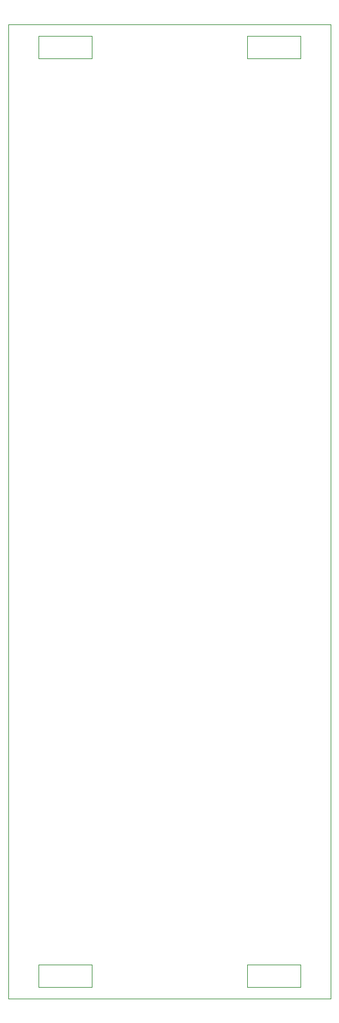
<source format=gbr>
G04 #@! TF.GenerationSoftware,KiCad,Pcbnew,5.1.4*
G04 #@! TF.CreationDate,2019-10-24T23:25:40+02:00*
G04 #@! TF.ProjectId,faceplate,66616365-706c-4617-9465-2e6b69636164,rev?*
G04 #@! TF.SameCoordinates,Original*
G04 #@! TF.FileFunction,Profile,NP*
%FSLAX46Y46*%
G04 Gerber Fmt 4.6, Leading zero omitted, Abs format (unit mm)*
G04 Created by KiCad (PCBNEW 5.1.4) date 2019-10-24 23:25:40*
%MOMM*%
%LPD*%
G04 APERTURE LIST*
%ADD10C,0.050000*%
G04 APERTURE END LIST*
D10*
X107500000Y-41500000D02*
X107500000Y-44500000D01*
X100500000Y-41500000D02*
X104000000Y-41500000D01*
X100500000Y-44500000D02*
X100500000Y-41500000D01*
X107500000Y-44500000D02*
X100500000Y-44500000D01*
X104000000Y-41500000D02*
X107500000Y-41500000D01*
X135000000Y-41500000D02*
X135000000Y-44500000D01*
X128000000Y-41500000D02*
X131500000Y-41500000D01*
X128000000Y-44500000D02*
X128000000Y-41500000D01*
X135000000Y-44500000D02*
X128000000Y-44500000D01*
X131500000Y-41500000D02*
X135000000Y-41500000D01*
X135000000Y-164000000D02*
X135000000Y-167000000D01*
X128000000Y-164000000D02*
X131500000Y-164000000D01*
X131500000Y-164000000D02*
X135000000Y-164000000D01*
X135000000Y-167000000D02*
X128000000Y-167000000D01*
X128000000Y-167000000D02*
X128000000Y-164000000D01*
X100500000Y-167000000D02*
X100500000Y-164000000D01*
X107500000Y-167000000D02*
X100500000Y-167000000D01*
X107500000Y-164000000D02*
X107500000Y-167000000D01*
X100500000Y-164000000D02*
X107500000Y-164000000D01*
X139000000Y-40000000D02*
X139000000Y-168500000D01*
X96500000Y-40000000D02*
X139000000Y-40000000D01*
X96500000Y-168500000D02*
X96500000Y-40000000D01*
X139000000Y-168500000D02*
X96500000Y-168500000D01*
M02*

</source>
